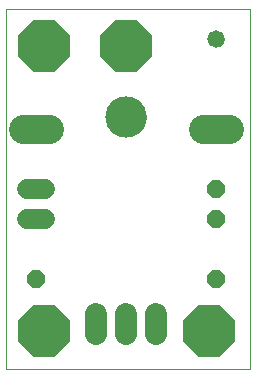
<source format=gts>
G75*
%MOIN*%
%OFA0B0*%
%FSLAX25Y25*%
%IPPOS*%
%LPD*%
%AMOC8*
5,1,8,0,0,1.08239X$1,22.5*
%
%ADD10C,0.00000*%
%ADD11C,0.05800*%
%ADD12OC8,0.06000*%
%ADD13C,0.09650*%
%ADD14OC8,0.17200*%
%ADD15C,0.06800*%
%ADD16C,0.07400*%
%ADD17C,0.13800*%
D10*
X0001800Y0001800D02*
X0001800Y0121761D01*
X0083001Y0121761D01*
X0083001Y0001800D01*
X0001800Y0001800D01*
X0035300Y0085800D02*
X0035302Y0085961D01*
X0035308Y0086121D01*
X0035318Y0086282D01*
X0035332Y0086442D01*
X0035350Y0086602D01*
X0035371Y0086761D01*
X0035397Y0086920D01*
X0035427Y0087078D01*
X0035460Y0087235D01*
X0035498Y0087392D01*
X0035539Y0087547D01*
X0035584Y0087701D01*
X0035633Y0087854D01*
X0035686Y0088006D01*
X0035742Y0088157D01*
X0035803Y0088306D01*
X0035866Y0088454D01*
X0035934Y0088600D01*
X0036005Y0088744D01*
X0036079Y0088886D01*
X0036157Y0089027D01*
X0036239Y0089165D01*
X0036324Y0089302D01*
X0036412Y0089436D01*
X0036504Y0089568D01*
X0036599Y0089698D01*
X0036697Y0089826D01*
X0036798Y0089951D01*
X0036902Y0090073D01*
X0037009Y0090193D01*
X0037119Y0090310D01*
X0037232Y0090425D01*
X0037348Y0090536D01*
X0037467Y0090645D01*
X0037588Y0090750D01*
X0037712Y0090853D01*
X0037838Y0090953D01*
X0037966Y0091049D01*
X0038097Y0091142D01*
X0038231Y0091232D01*
X0038366Y0091319D01*
X0038504Y0091402D01*
X0038643Y0091482D01*
X0038785Y0091558D01*
X0038928Y0091631D01*
X0039073Y0091700D01*
X0039220Y0091766D01*
X0039368Y0091828D01*
X0039518Y0091886D01*
X0039669Y0091941D01*
X0039822Y0091992D01*
X0039976Y0092039D01*
X0040131Y0092082D01*
X0040287Y0092121D01*
X0040443Y0092157D01*
X0040601Y0092188D01*
X0040759Y0092216D01*
X0040918Y0092240D01*
X0041078Y0092260D01*
X0041238Y0092276D01*
X0041398Y0092288D01*
X0041559Y0092296D01*
X0041720Y0092300D01*
X0041880Y0092300D01*
X0042041Y0092296D01*
X0042202Y0092288D01*
X0042362Y0092276D01*
X0042522Y0092260D01*
X0042682Y0092240D01*
X0042841Y0092216D01*
X0042999Y0092188D01*
X0043157Y0092157D01*
X0043313Y0092121D01*
X0043469Y0092082D01*
X0043624Y0092039D01*
X0043778Y0091992D01*
X0043931Y0091941D01*
X0044082Y0091886D01*
X0044232Y0091828D01*
X0044380Y0091766D01*
X0044527Y0091700D01*
X0044672Y0091631D01*
X0044815Y0091558D01*
X0044957Y0091482D01*
X0045096Y0091402D01*
X0045234Y0091319D01*
X0045369Y0091232D01*
X0045503Y0091142D01*
X0045634Y0091049D01*
X0045762Y0090953D01*
X0045888Y0090853D01*
X0046012Y0090750D01*
X0046133Y0090645D01*
X0046252Y0090536D01*
X0046368Y0090425D01*
X0046481Y0090310D01*
X0046591Y0090193D01*
X0046698Y0090073D01*
X0046802Y0089951D01*
X0046903Y0089826D01*
X0047001Y0089698D01*
X0047096Y0089568D01*
X0047188Y0089436D01*
X0047276Y0089302D01*
X0047361Y0089165D01*
X0047443Y0089027D01*
X0047521Y0088886D01*
X0047595Y0088744D01*
X0047666Y0088600D01*
X0047734Y0088454D01*
X0047797Y0088306D01*
X0047858Y0088157D01*
X0047914Y0088006D01*
X0047967Y0087854D01*
X0048016Y0087701D01*
X0048061Y0087547D01*
X0048102Y0087392D01*
X0048140Y0087235D01*
X0048173Y0087078D01*
X0048203Y0086920D01*
X0048229Y0086761D01*
X0048250Y0086602D01*
X0048268Y0086442D01*
X0048282Y0086282D01*
X0048292Y0086121D01*
X0048298Y0085961D01*
X0048300Y0085800D01*
X0048298Y0085639D01*
X0048292Y0085479D01*
X0048282Y0085318D01*
X0048268Y0085158D01*
X0048250Y0084998D01*
X0048229Y0084839D01*
X0048203Y0084680D01*
X0048173Y0084522D01*
X0048140Y0084365D01*
X0048102Y0084208D01*
X0048061Y0084053D01*
X0048016Y0083899D01*
X0047967Y0083746D01*
X0047914Y0083594D01*
X0047858Y0083443D01*
X0047797Y0083294D01*
X0047734Y0083146D01*
X0047666Y0083000D01*
X0047595Y0082856D01*
X0047521Y0082714D01*
X0047443Y0082573D01*
X0047361Y0082435D01*
X0047276Y0082298D01*
X0047188Y0082164D01*
X0047096Y0082032D01*
X0047001Y0081902D01*
X0046903Y0081774D01*
X0046802Y0081649D01*
X0046698Y0081527D01*
X0046591Y0081407D01*
X0046481Y0081290D01*
X0046368Y0081175D01*
X0046252Y0081064D01*
X0046133Y0080955D01*
X0046012Y0080850D01*
X0045888Y0080747D01*
X0045762Y0080647D01*
X0045634Y0080551D01*
X0045503Y0080458D01*
X0045369Y0080368D01*
X0045234Y0080281D01*
X0045096Y0080198D01*
X0044957Y0080118D01*
X0044815Y0080042D01*
X0044672Y0079969D01*
X0044527Y0079900D01*
X0044380Y0079834D01*
X0044232Y0079772D01*
X0044082Y0079714D01*
X0043931Y0079659D01*
X0043778Y0079608D01*
X0043624Y0079561D01*
X0043469Y0079518D01*
X0043313Y0079479D01*
X0043157Y0079443D01*
X0042999Y0079412D01*
X0042841Y0079384D01*
X0042682Y0079360D01*
X0042522Y0079340D01*
X0042362Y0079324D01*
X0042202Y0079312D01*
X0042041Y0079304D01*
X0041880Y0079300D01*
X0041720Y0079300D01*
X0041559Y0079304D01*
X0041398Y0079312D01*
X0041238Y0079324D01*
X0041078Y0079340D01*
X0040918Y0079360D01*
X0040759Y0079384D01*
X0040601Y0079412D01*
X0040443Y0079443D01*
X0040287Y0079479D01*
X0040131Y0079518D01*
X0039976Y0079561D01*
X0039822Y0079608D01*
X0039669Y0079659D01*
X0039518Y0079714D01*
X0039368Y0079772D01*
X0039220Y0079834D01*
X0039073Y0079900D01*
X0038928Y0079969D01*
X0038785Y0080042D01*
X0038643Y0080118D01*
X0038504Y0080198D01*
X0038366Y0080281D01*
X0038231Y0080368D01*
X0038097Y0080458D01*
X0037966Y0080551D01*
X0037838Y0080647D01*
X0037712Y0080747D01*
X0037588Y0080850D01*
X0037467Y0080955D01*
X0037348Y0081064D01*
X0037232Y0081175D01*
X0037119Y0081290D01*
X0037009Y0081407D01*
X0036902Y0081527D01*
X0036798Y0081649D01*
X0036697Y0081774D01*
X0036599Y0081902D01*
X0036504Y0082032D01*
X0036412Y0082164D01*
X0036324Y0082298D01*
X0036239Y0082435D01*
X0036157Y0082573D01*
X0036079Y0082714D01*
X0036005Y0082856D01*
X0035934Y0083000D01*
X0035866Y0083146D01*
X0035803Y0083294D01*
X0035742Y0083443D01*
X0035686Y0083594D01*
X0035633Y0083746D01*
X0035584Y0083899D01*
X0035539Y0084053D01*
X0035498Y0084208D01*
X0035460Y0084365D01*
X0035427Y0084522D01*
X0035397Y0084680D01*
X0035371Y0084839D01*
X0035350Y0084998D01*
X0035332Y0085158D01*
X0035318Y0085318D01*
X0035308Y0085479D01*
X0035302Y0085639D01*
X0035300Y0085800D01*
X0069300Y0111800D02*
X0069302Y0111899D01*
X0069308Y0111999D01*
X0069318Y0112098D01*
X0069332Y0112196D01*
X0069349Y0112294D01*
X0069371Y0112391D01*
X0069396Y0112487D01*
X0069425Y0112582D01*
X0069458Y0112676D01*
X0069495Y0112768D01*
X0069535Y0112859D01*
X0069579Y0112948D01*
X0069627Y0113036D01*
X0069678Y0113121D01*
X0069732Y0113204D01*
X0069789Y0113286D01*
X0069850Y0113364D01*
X0069914Y0113441D01*
X0069980Y0113514D01*
X0070050Y0113585D01*
X0070122Y0113653D01*
X0070197Y0113719D01*
X0070275Y0113781D01*
X0070355Y0113840D01*
X0070437Y0113896D01*
X0070521Y0113948D01*
X0070608Y0113997D01*
X0070696Y0114043D01*
X0070786Y0114085D01*
X0070878Y0114124D01*
X0070971Y0114159D01*
X0071065Y0114190D01*
X0071161Y0114217D01*
X0071258Y0114240D01*
X0071355Y0114260D01*
X0071453Y0114276D01*
X0071552Y0114288D01*
X0071651Y0114296D01*
X0071750Y0114300D01*
X0071850Y0114300D01*
X0071949Y0114296D01*
X0072048Y0114288D01*
X0072147Y0114276D01*
X0072245Y0114260D01*
X0072342Y0114240D01*
X0072439Y0114217D01*
X0072535Y0114190D01*
X0072629Y0114159D01*
X0072722Y0114124D01*
X0072814Y0114085D01*
X0072904Y0114043D01*
X0072992Y0113997D01*
X0073079Y0113948D01*
X0073163Y0113896D01*
X0073245Y0113840D01*
X0073325Y0113781D01*
X0073403Y0113719D01*
X0073478Y0113653D01*
X0073550Y0113585D01*
X0073620Y0113514D01*
X0073686Y0113441D01*
X0073750Y0113364D01*
X0073811Y0113286D01*
X0073868Y0113204D01*
X0073922Y0113121D01*
X0073973Y0113036D01*
X0074021Y0112948D01*
X0074065Y0112859D01*
X0074105Y0112768D01*
X0074142Y0112676D01*
X0074175Y0112582D01*
X0074204Y0112487D01*
X0074229Y0112391D01*
X0074251Y0112294D01*
X0074268Y0112196D01*
X0074282Y0112098D01*
X0074292Y0111999D01*
X0074298Y0111899D01*
X0074300Y0111800D01*
X0074298Y0111701D01*
X0074292Y0111601D01*
X0074282Y0111502D01*
X0074268Y0111404D01*
X0074251Y0111306D01*
X0074229Y0111209D01*
X0074204Y0111113D01*
X0074175Y0111018D01*
X0074142Y0110924D01*
X0074105Y0110832D01*
X0074065Y0110741D01*
X0074021Y0110652D01*
X0073973Y0110564D01*
X0073922Y0110479D01*
X0073868Y0110396D01*
X0073811Y0110314D01*
X0073750Y0110236D01*
X0073686Y0110159D01*
X0073620Y0110086D01*
X0073550Y0110015D01*
X0073478Y0109947D01*
X0073403Y0109881D01*
X0073325Y0109819D01*
X0073245Y0109760D01*
X0073163Y0109704D01*
X0073079Y0109652D01*
X0072992Y0109603D01*
X0072904Y0109557D01*
X0072814Y0109515D01*
X0072722Y0109476D01*
X0072629Y0109441D01*
X0072535Y0109410D01*
X0072439Y0109383D01*
X0072342Y0109360D01*
X0072245Y0109340D01*
X0072147Y0109324D01*
X0072048Y0109312D01*
X0071949Y0109304D01*
X0071850Y0109300D01*
X0071750Y0109300D01*
X0071651Y0109304D01*
X0071552Y0109312D01*
X0071453Y0109324D01*
X0071355Y0109340D01*
X0071258Y0109360D01*
X0071161Y0109383D01*
X0071065Y0109410D01*
X0070971Y0109441D01*
X0070878Y0109476D01*
X0070786Y0109515D01*
X0070696Y0109557D01*
X0070608Y0109603D01*
X0070521Y0109652D01*
X0070437Y0109704D01*
X0070355Y0109760D01*
X0070275Y0109819D01*
X0070197Y0109881D01*
X0070122Y0109947D01*
X0070050Y0110015D01*
X0069980Y0110086D01*
X0069914Y0110159D01*
X0069850Y0110236D01*
X0069789Y0110314D01*
X0069732Y0110396D01*
X0069678Y0110479D01*
X0069627Y0110564D01*
X0069579Y0110652D01*
X0069535Y0110741D01*
X0069495Y0110832D01*
X0069458Y0110924D01*
X0069425Y0111018D01*
X0069396Y0111113D01*
X0069371Y0111209D01*
X0069349Y0111306D01*
X0069332Y0111404D01*
X0069318Y0111502D01*
X0069308Y0111601D01*
X0069302Y0111701D01*
X0069300Y0111800D01*
D11*
X0071800Y0111800D03*
D12*
X0071800Y0061800D03*
X0071800Y0051800D03*
X0071800Y0031800D03*
X0011800Y0031800D03*
D13*
X0007375Y0081800D02*
X0016225Y0081800D01*
X0067375Y0081800D02*
X0076225Y0081800D01*
D14*
X0041800Y0109300D03*
X0014300Y0109300D03*
X0014300Y0014300D03*
X0069300Y0014300D03*
D15*
X0014800Y0051800D02*
X0008800Y0051800D01*
X0008800Y0061800D02*
X0014800Y0061800D01*
D16*
X0031800Y0020100D02*
X0031800Y0013500D01*
X0041800Y0013500D02*
X0041800Y0020100D01*
X0051800Y0020100D02*
X0051800Y0013500D01*
D17*
X0041800Y0085800D03*
M02*

</source>
